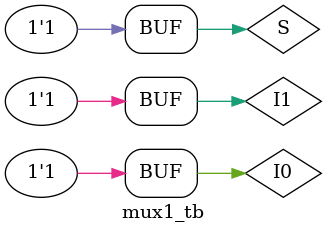
<source format=v>
module mux1(I0,I1,S,O);
input I0,I1,S;
output O;
wire w1,w2,w3;
not n1(w1,S);
and a2(w2,w1,I0);
and a1(w3,I1,S);
or o1(O,w2,w3);
endmodule
module mux1_tb;
reg I0,I1,S;
wire O;
mux1 m1(I0,I1,S,O);
initial begin
    I0=0;I1=0;S=0;
    $monitor("Time=%0t, I0=%b, I1=%b, S=%b, Out=%b", $time,I0,I1,S,O);
    #10 I0=0;I1=0;S=1;
    #10 I0=0;I1=1;S=0;
    #10 I0=0;I1=1;S=1;
    #10 I0=1;I1=0;S=0;
    #10 I0=1;I1=0;S=1;
    #10 I0=1;I1=1;S=0;
    #10 I0=1;I1=1;S=1;
end
endmodule

</source>
